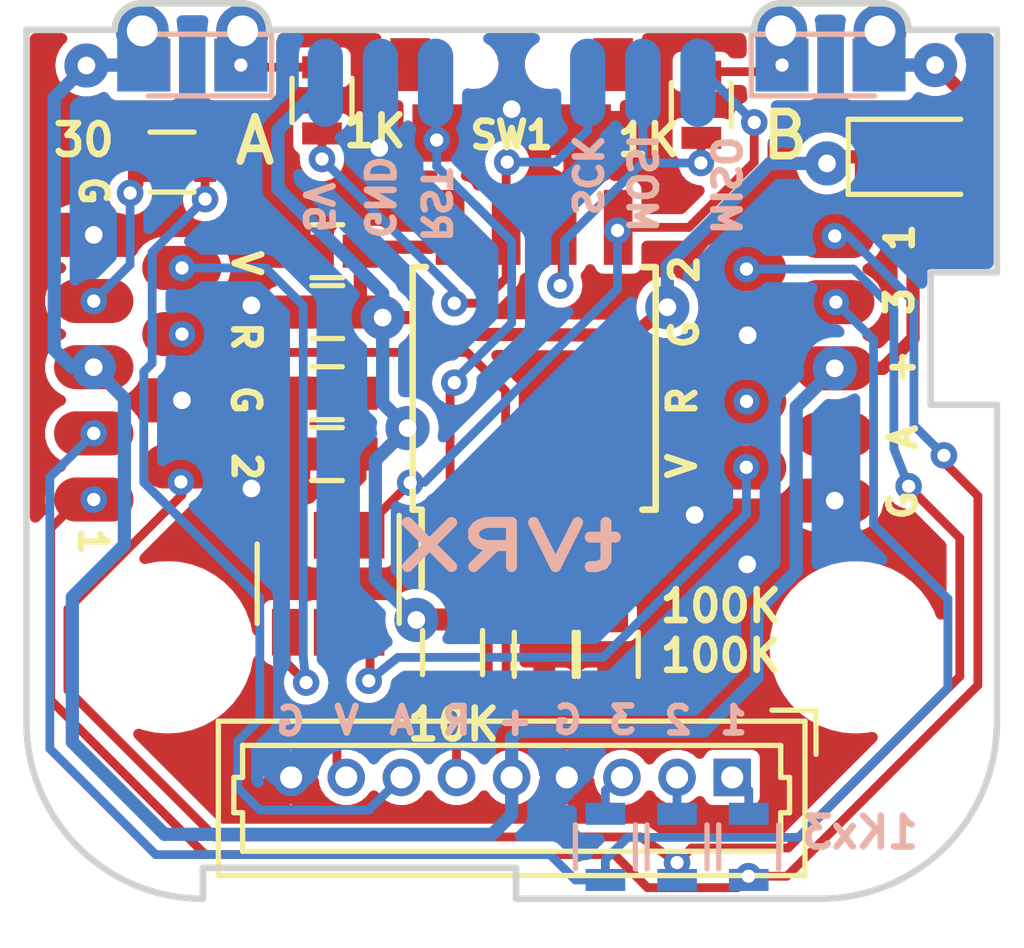
<source format=kicad_pcb>
(kicad_pcb (version 20221018) (generator pcbnew)
  (layers (0 "F.Cu" signal) (31 "B.Cu" signal) (34 "B.Paste" user) (35 "F.Paste" user) (36 "B.SilkS" user "B.Silkscreen") (37 "F.SilkS" user "F.Silkscreen") (38 "B.Mask" user) (39 "F.Mask" user) (44 "Edge.Cuts" user))
  (net 0 "")
  (net 1 "GND")
  (net 2 "/PROG_PWR")
  (net 3 "VCC")
  (net 4 "Net-(D1-Pad1)")
  (net 5 "Net-(D2-Pad1)")
  (net 6 "Net-(J1-Pad1)")
  (net 7 "Net-(J1-Pad2)")
  (net 8 "Net-(J1-Pad3)")
  (net 9 "/RSSI_A")
  (net 10 "/AUD_IN")
  (net 11 "/VideoOut")
  (net 12 "Net-(J2-Pad1)")
  (net 13 "Net-(J2-Pad2)")
  (net 14 "Net-(J2-Pad3)")
  (net 15 "/AUD_OUT")
  (net 16 "/VideoA")
  (net 17 "/RSSI_B")
  (net 18 "Net-(J3-Pad7)")
  (net 19 "/VideoB")
  (net 20 "/MISO")
  (net 21 "/SCK")
  (net 22 "/MOSI")
  (net 23 "/RST")
  (footprint "Capacitors_SMD:C_0603" (layer "F.Cu") (at 135.61 101.67 180)
    (fp_text reference "C1" hide)
    (fp_text value "100n" hide)
    (pad "1" smd rect (at -0.75 0 180) (size 0.8 0.75) (layers "F.Cu" "F.Paste" "F.Mask") (net 2 "/PROG_PWR"))
    (pad "2" smd rect (at 0.75 0 180) (size 0.8 0.75) (layers "F.Cu" "F.Paste" "F.Mask") (net 1 "GND"))
  )
  (footprint "Capacitors_SMD:C_0603" (layer "F.Cu") (at 135.61 100.29 180)
    (fp_text reference "C2" hide)
    (fp_text value "10n" hide)
    (pad "1" smd rect (at -0.75 0 180) (size 0.8 0.75) (layers "F.Cu" "F.Paste" "F.Mask") (net 2 "/PROG_PWR"))
    (pad "2" smd rect (at 0.75 0 180) (size 0.8 0.75) (layers "F.Cu" "F.Paste" "F.Mask") (net 1 "GND"))
  )
  (footprint "Capacitors_SMD:C_0603" (layer "F.Cu") (at 135.62 97.07)
    (fp_text reference "C3" hide)
    (fp_text value "100n" hide)
    (pad "1" smd rect (at -0.75 0) (size 0.8 0.75) (layers "F.Cu" "F.Paste" "F.Mask") (net 1 "GND"))
    (pad "2" smd rect (at 0.75 0) (size 0.8 0.75) (layers "F.Cu" "F.Paste" "F.Mask") (net 2 "/PROG_PWR"))
  )
  (footprint "Capacitors_SMD:C_0603" (layer "F.Cu") (at 135.62 98.45)
    (fp_text reference "C4" hide)
    (fp_text value "10uf" hide)
    (pad "1" smd rect (at -0.75 0) (size 0.8 0.75) (layers "F.Cu" "F.Paste" "F.Mask") (net 1 "GND"))
    (pad "2" smd rect (at 0.75 0) (size 0.8 0.75) (layers "F.Cu" "F.Paste" "F.Mask") (net 2 "/PROG_PWR"))
  )
  (footprint "Diodes_SMD:D_SOD-323" (layer "F.Cu") (at 148.93 94.93)
    (fp_text reference "D3" hide)
    (fp_text value "B5819WS" hide)
    (pad "1" smd rect (at -1.05 0) (size 0.6 1) (layers "F.Cu" "F.Paste" "F.Mask") (net 2 "/PROG_PWR"))
    (pad "2" smd rect (at 1.05 0) (size 0.6 1) (layers "F.Cu" "F.Paste" "F.Mask") (net 3 "VCC"))
  )
  (footprint "Connectors_Molex:Molex_PicoBlade_53047-0910_09x1.25mm_Straight" (layer "F.Cu") (at 144.8 109 180)
    (fp_text reference "J1" hide)
    (fp_text value "Googles" hide)
    (pad "1" thru_hole rect (at 0 0 180) (size 0.85 0.85) (drill 0.5) (layers "*.Cu" "*.Mask") (net 6 "Net-(J1-Pad1)"))
    (pad "2" thru_hole circle (at 1.25 0 180) (size 0.85 0.85) (drill 0.5) (layers "*.Cu" "*.Mask") (net 7 "Net-(J1-Pad2)"))
    (pad "3" thru_hole circle (at 2.5 0 180) (size 0.85 0.85) (drill 0.5) (layers "*.Cu" "*.Mask") (net 8 "Net-(J1-Pad3)"))
    (pad "4" thru_hole circle (at 3.75 0 180) (size 0.85 0.85) (drill 0.5) (layers "*.Cu" "*.Mask") (net 1 "GND"))
    (pad "5" thru_hole circle (at 5 0 180) (size 0.85 0.85) (drill 0.5) (layers "*.Cu" "*.Mask") (net 3 "VCC"))
    (pad "6" thru_hole circle (at 6.25 0 180) (size 0.85 0.85) (drill 0.5) (layers "*.Cu" "*.Mask") (net 9 "/RSSI_A"))
    (pad "7" thru_hole circle (at 7.5 0 180) (size 0.85 0.85) (drill 0.5) (layers "*.Cu" "*.Mask") (net 10 "/AUD_IN"))
    (pad "8" thru_hole circle (at 8.75 0 180) (size 0.85 0.85) (drill 0.5) (layers "*.Cu" "*.Mask") (net 11 "/VideoOut"))
    (pad "9" thru_hole circle (at 10 0 180) (size 0.85 0.85) (drill 0.5) (layers "*.Cu" "*.Mask") (net 1 "GND"))
  )
  (footprint "KiCadCustomLibs:Pads_9pin_chess" (layer "F.Cu") (at 130.325 99.7 90)
    (fp_text reference "J2" hide)
    (fp_text value "RX_A" hide)
    (pad "1" smd oval (at -3 0 90) (size 1 1.8) (layers "F.Cu" "F.Paste" "F.Mask") (net 12 "Net-(J2-Pad1)"))
    (pad "2" smd oval (at -2.25 2 90) (size 1 1.8) (layers "F.Cu" "F.Paste" "F.Mask") (net 13 "Net-(J2-Pad2)"))
    (pad "3" smd oval (at -1.5 0 90) (size 1 1.8) (layers "F.Cu" "F.Paste" "F.Mask") (net 14 "Net-(J2-Pad3)"))
    (pad "4" smd oval (at -0.75 2 90) (size 1 1.8) (layers "F.Cu" "F.Paste" "F.Mask") (net 1 "GND"))
    (pad "5" smd oval (at 0 0 90) (size 1 1.8) (layers "F.Cu" "F.Paste" "F.Mask") (net 3 "VCC"))
    (pad "6" smd oval (at 0.75 2 90) (size 1 1.8) (layers "F.Cu" "F.Paste" "F.Mask") (net 9 "/RSSI_A"))
    (pad "7" smd oval (at 1.5 0 90) (size 1 1.8) (layers "F.Cu" "F.Paste" "F.Mask") (net 15 "/AUD_OUT"))
    (pad "8" smd oval (at 2.25 2 90) (size 1 1.8) (layers "F.Cu" "F.Paste" "F.Mask") (net 16 "/VideoA"))
    (pad "9" smd oval (at 3 0 90) (size 1 1.8) (layers "F.Cu" "F.Paste" "F.Mask") (net 1 "GND"))
  )
  (footprint "KiCadCustomLibs:Pads_9pin_chess" (layer "F.Cu") (at 147.125 99.725 -90)
    (fp_text reference "J3" hide)
    (fp_text value "RX_B" hide)
    (pad "1" smd oval (at -3 0 270) (size 1 1.8) (layers "F.Cu" "F.Paste" "F.Mask") (net 12 "Net-(J2-Pad1)"))
    (pad "2" smd oval (at -2.25 2 270) (size 1 1.8) (layers "F.Cu" "F.Paste" "F.Mask") (net 13 "Net-(J2-Pad2)"))
    (pad "3" smd oval (at -1.5 0 270) (size 1 1.8) (layers "F.Cu" "F.Paste" "F.Mask") (net 14 "Net-(J2-Pad3)"))
    (pad "4" smd oval (at -0.75 2 270) (size 1 1.8) (layers "F.Cu" "F.Paste" "F.Mask") (net 1 "GND"))
    (pad "5" smd oval (at 0 0 270) (size 1 1.8) (layers "F.Cu" "F.Paste" "F.Mask") (net 3 "VCC"))
    (pad "6" smd oval (at 0.75 2 270) (size 1 1.8) (layers "F.Cu" "F.Paste" "F.Mask") (net 17 "/RSSI_B"))
    (pad "7" smd oval (at 1.5 0 270) (size 1 1.8) (layers "F.Cu" "F.Paste" "F.Mask") (net 18 "Net-(J3-Pad7)"))
    (pad "8" smd oval (at 2.25 2 270) (size 1 1.8) (layers "F.Cu" "F.Paste" "F.Mask") (net 19 "/VideoB"))
    (pad "9" smd oval (at 3 0 270) (size 1 1.8) (layers "F.Cu" "F.Paste" "F.Mask") (net 1 "GND"))
  )
  (footprint "Resistors_SMD:R_0603" (layer "F.Cu") (at 140.54 106.21 90)
    (fp_text reference "R4" hide)
    (fp_text value "100K" hide)
    (pad "1" smd rect (at -0.75 0 90) (size 0.5 0.9) (layers "F.Cu" "F.Paste" "F.Mask") (net 1 "GND"))
    (pad "2" smd rect (at 0.75 0 90) (size 0.5 0.9) (layers "F.Cu" "F.Paste" "F.Mask") (net 9 "/RSSI_A"))
  )
  (footprint "Resistors_SMD:R_0603" (layer "F.Cu") (at 141.99 106.21 90)
    (fp_text reference "R5" hide)
    (fp_text value "100K" hide)
    (pad "1" smd rect (at -0.75 0 90) (size 0.5 0.9) (layers "F.Cu" "F.Paste" "F.Mask") (net 1 "GND"))
    (pad "2" smd rect (at 0.75 0 90) (size 0.5 0.9) (layers "F.Cu" "F.Paste" "F.Mask") (net 17 "/RSSI_B"))
  )
  (footprint "Resistors_SMD:R_0603" (layer "F.Cu") (at 135.5 93.65 90)
    (fp_text reference "R6" hide)
    (fp_text value "1K" hide)
    (pad "1" smd rect (at -0.75 0 90) (size 0.5 0.9) (layers "F.Cu" "F.Paste" "F.Mask") (net 21 "/SCK"))
    (pad "2" smd rect (at 0.75 0 90) (size 0.5 0.9) (layers "F.Cu" "F.Paste" "F.Mask") (net 4 "Net-(D1-Pad1)"))
  )
  (footprint "Resistors_SMD:R_0603" (layer "F.Cu") (at 144.1 93.75 90)
    (fp_text reference "R7" hide)
    (fp_text value "1K" hide)
    (pad "1" smd rect (at -0.75 0 90) (size 0.5 0.9) (layers "F.Cu" "F.Paste" "F.Mask") (net 20 "/MISO"))
    (pad "2" smd rect (at 0.75 0 90) (size 0.5 0.9) (layers "F.Cu" "F.Paste" "F.Mask") (net 5 "Net-(D2-Pad1)"))
  )
  (footprint "Resistors_SMD:R_0603" (layer "F.Cu") (at 132.1 95.05 180)
    (fp_text reference "R8" hide)
    (fp_text value "30" hide)
    (pad "1" smd rect (at -0.75 0 180) (size 0.5 0.9) (layers "F.Cu" "F.Paste" "F.Mask") (net 10 "/AUD_IN"))
    (pad "2" smd rect (at 0.75 0 180) (size 0.5 0.9) (layers "F.Cu" "F.Paste" "F.Mask") (net 15 "/AUD_OUT"))
  )
  (footprint "Resistors_SMD:R_0603" (layer "F.Cu") (at 138.46 106.17 90)
    (fp_text reference "R9" hide)
    (fp_text value "10K" hide)
    (pad "1" smd rect (at -0.75 0 90) (size 0.5 0.9) (layers "F.Cu" "F.Paste" "F.Mask") (net 23 "/RST"))
    (pad "2" smd rect (at 0.75 0 90) (size 0.5 0.9) (layers "F.Cu" "F.Paste" "F.Mask") (net 2 "/PROG_PWR"))
  )
  (footprint "TO_SOT_Packages_SMD:SOT-23-6" (layer "F.Cu") (at 135.64 104.61 -90)
    (fp_text reference "U1" hide)
    (fp_text value "MAX4624" hide)
    (pad "1" smd rect (at -1.1 -0.95 270) (size 1.06 0.65) (layers "F.Cu" "F.Paste" "F.Mask") (net 22 "/MOSI"))
    (pad "2" smd rect (at -1.1 0 270) (size 1.06 0.65) (layers "F.Cu" "F.Paste" "F.Mask") (net 2 "/PROG_PWR"))
    (pad "3" smd rect (at -1.1 0.95 270) (size 1.06 0.65) (layers "F.Cu" "F.Paste" "F.Mask") (net 1 "GND"))
    (pad "4" smd rect (at 1.1 0.95 270) (size 1.06 0.65) (layers "F.Cu" "F.Paste" "F.Mask") (net 16 "/VideoA"))
    (pad "5" smd rect (at 1.1 0 270) (size 1.06 0.65) (layers "F.Cu" "F.Paste" "F.Mask") (net 11 "/VideoOut"))
    (pad "6" smd rect (at 1.1 -0.95 270) (size 1.06 0.65) (layers "F.Cu" "F.Paste" "F.Mask") (net 19 "/VideoB"))
  )
  (footprint "Button_TS-018" (layer "F.Cu") (at 139.8 92.84)
    (fp_text reference "SW1" (at 0 1.6) (layer "F.SilkS") (effects (font (size 0.6 0.6))))
    (fp_text value "SW_Push" hide)
    (pad "" smd rect (at -2.3 0) (size 0.9 1.2) (layers "F.Cu" "F.Paste" "F.Mask"))
    (pad "" np_thru_hole circle (at -0.85 0) (size 0.6 0.6) (drill 0.6) (layers "*.Cu" "*.Mask"))
    (pad "" np_thru_hole circle (at 0.85 0) (size 0.6 0.6) (drill 0.6) (layers "*.Cu" "*.Mask"))
    (pad "" smd rect (at 2.3 0) (size 0.9 1.2) (layers "F.Cu" "F.Paste" "F.Mask"))
    (pad "1" smd rect (at -1.675 1.55) (size 1.15 1.3) (layers "F.Cu" "F.Paste" "F.Mask") (net 23 "/RST"))
    (pad "2" smd rect (at 1.675 1.55) (size 1.15 1.3) (layers "F.Cu" "F.Paste" "F.Mask") (net 1 "GND"))
  )
  (footprint "Housings_SOIC:SOIJ-8_5.3x5.3mm_Pitch1.27mm" (layer "F.Cu") (at 140.31 100.18 90)
    (fp_text reference "U2" hide)
    (fp_text value "ATTINY85-20SU" hide)
    (pad "1" smd rect (at -3.65 -1.905 90) (size 1.7 0.65) (layers "F.Cu" "F.Paste" "F.Mask") (net 23 "/RST"))
    (pad "2" smd rect (at -3.65 -0.635 90) (size 1.7 0.65) (layers "F.Cu" "F.Paste" "F.Mask") (net 9 "/RSSI_A"))
    (pad "3" smd rect (at -3.65 0.635 90) (size 1.7 0.65) (layers "F.Cu" "F.Paste" "F.Mask") (net 17 "/RSSI_B"))
    (pad "4" smd rect (at -3.65 1.905 90) (size 1.7 0.65) (layers "F.Cu" "F.Paste" "F.Mask") (net 1 "GND"))
    (pad "5" smd rect (at 3.65 1.905 90) (size 1.7 0.65) (layers "F.Cu" "F.Paste" "F.Mask") (net 22 "/MOSI"))
    (pad "6" smd rect (at 3.65 0.635 90) (size 1.7 0.65) (layers "F.Cu" "F.Paste" "F.Mask") (net 20 "/MISO"))
    (pad "7" smd rect (at 3.65 -0.635 90) (size 1.7 0.65) (layers "F.Cu" "F.Paste" "F.Mask") (net 21 "/SCK"))
    (pad "8" smd rect (at 3.65 -1.905 90) (size 1.7 0.65) (layers "F.Cu" "F.Paste" "F.Mask") (net 2 "/PROG_PWR"))
  )
  (footprint "LEDs:LED_0805" (layer "F.Cu") (at 132.56 92.85 180)
    (fp_text reference "D1" hide)
    (fp_text value "LED" hide)
    (pad "1" smd rect (at -1.1 0) (size 1.2 1.2) (layers "F.Cu" "F.Paste" "F.Mask") (net 4 "Net-(D1-Pad1)"))
    (pad "2" smd rect (at 1.1 0) (size 1.2 1.2) (layers "F.Cu" "F.Paste" "F.Mask") (net 3 "VCC"))
  )
  (footprint "LEDs:LED_0805" (layer "F.Cu") (at 147.03 92.85)
    (fp_text reference "D2" hide)
    (fp_text value "LED" hide)
    (pad "1" smd rect (at -1.1 0 180) (size 1.2 1.2) (layers "F.Cu" "F.Paste" "F.Mask") (net 5 "Net-(D2-Pad1)"))
    (pad "2" smd rect (at 1.1 0 180) (size 1.2 1.2) (layers "F.Cu" "F.Paste" "F.Mask") (net 3 "VCC"))
  )
  (footprint "Mounting_Holes:MountingHole_2.5mm" (layer "F.Cu") (at 132 106.05)
    (fp_text reference "REF**" hide)
    (fp_text value "MountingHole_2.5mm" hide)
    (pad "" np_thru_hole circle (at 0 0) (size 2.5 2.5) (drill 2.5) (layers "*.Cu" "*.Mask"))
  )
  (footprint "Mounting_Holes:MountingHole_2.5mm" (layer "F.Cu") (at 148.3 106.05)
    (fp_text reference "REF**" hide)
    (fp_text value "MountingHole_2.5mm" hide)
    (pad "" np_thru_hole circle (at -0.7 0) (size 2.5 2.5) (drill 2.5) (layers "*.Cu" "*.Mask"))
  )
  (footprint "Connectors:Pin_d0.7mm_L6.5mm_W1.8mm_FlatFork" (layer "F.Cu") (at 131.425 92.075)
    (fp_text reference "REF**" hide)
    (fp_text value "Pin_d0.7mm_L6.5mm_W1.8mm_FlatFork" hide)
    (pad "1" thru_hole circle (at 0 0) (size 1.2 1.2) (drill 0.7) (layers "*.Cu" "*.Mask") (net 3 "VCC"))
  )
  (footprint "Connectors:Pin_d0.7mm_L6.5mm_W1.8mm_FlatFork" (layer "F.Cu") (at 133.7 92.075)
    (fp_text reference "REF**" hide)
    (fp_text value "Pin_d0.7mm_L6.5mm_W1.8mm_FlatFork" hide)
    (pad "1" thru_hole circle (at 0 0) (size 1.2 1.2) (drill 0.7) (layers "*.Cu" "*.Mask") (net 4 "Net-(D1-Pad1)"))
  )
  (footprint "Connectors:Pin_d0.7mm_L6.5mm_W1.8mm_FlatFork" (layer "F.Cu") (at 145.9 92.075)
    (fp_text reference "REF**" hide)
    (fp_text value "Pin_d0.7mm_L6.5mm_W1.8mm_FlatFork" hide)
    (pad "1" thru_hole circle (at 0 0) (size 1.2 1.2) (drill 0.7) (layers "*.Cu" "*.Mask") (net 5 "Net-(D2-Pad1)"))
  )
  (footprint "Connectors:Pin_d0.7mm_L6.5mm_W1.8mm_FlatFork" (layer "F.Cu") (at 148.15 92.075)
    (fp_text reference "REF**" hide)
    (fp_text value "Pin_d0.7mm_L6.5mm_W1.8mm_FlatFork" hide)
    (pad "1" thru_hole circle (at 0 0) (size 1.2 1.2) (drill 0.7) (layers "*.Cu" "*.Mask") (net 3 "VCC"))
  )
  (footprint "LEDs:LED_0805" (layer "B.Cu") (at 132.56 92.85 180)
    (fp_text reference "D1" hide)
    (fp_text value "LED" hide)
    (pad "1" smd rect (at -1.1 0) (size 1.2 1.2) (layers "B.Cu" "B.Paste" "B.Mask") (net 4 "Net-(D1-Pad1)"))
    (pad "2" smd rect (at 1.1 0) (size 1.2 1.2) (layers "B.Cu" "B.Paste" "B.Mask") (net 3 "VCC"))
  )
  (footprint "LEDs:LED_0805" (layer "B.Cu") (at 147.03 92.85)
    (fp_text reference "D2" hide)
    (fp_text value "LED" hide)
    (pad "1" smd rect (at -1.1 0 180) (size 1.2 1.2) (layers "B.Cu" "B.Paste" "B.Mask") (net 5 "Net-(D2-Pad1)"))
    (pad "2" smd rect (at 1.1 0 180) (size 1.2 1.2) (layers "B.Cu" "B.Paste" "B.Mask") (net 3 "VCC"))
  )
  (footprint "Resistors_SMD:R_0603" (layer "B.Cu") (at 141.925 110.575 -90)
    (fp_text reference "R1" hide)
    (fp_text value "1K" hide)
    (pad "1" smd rect (at -0.75 0 270) (size 0.5 0.9) (layers "B.Cu" "B.Paste" "B.Mask") (net 8 "Net-(J1-Pad3)"))
    (pad "2" smd rect (at 0.75 0 270) (size 0.5 0.9) (layers "B.Cu" "B.Paste" "B.Mask") (net 14 "Net-(J2-Pad3)"))
  )
  (footprint "Resistors_SMD:R_0603" (layer "B.Cu") (at 143.55 110.575 -90)
    (fp_text reference "R2" hide)
    (fp_text value "1K" hide)
    (pad "1" smd rect (at -0.75 0 270) (size 0.5 0.9) (layers "B.Cu" "B.Paste" "B.Mask") (net 7 "Net-(J1-Pad2)"))
    (pad "2" smd rect (at 0.75 0 270) (size 0.5 0.9) (layers "B.Cu" "B.Paste" "B.Mask") (net 13 "Net-(J2-Pad2)"))
  )
  (footprint "Resistors_SMD:R_0603" (layer "B.Cu") (at 145.175 110.575 -90)
    (fp_text reference "R3" hide)
    (fp_text value "1K" hide)
    (pad "1" smd rect (at -0.75 0 270) (size 0.5 0.9) (layers "B.Cu" "B.Paste" "B.Mask") (net 6 "Net-(J1-Pad1)"))
    (pad "2" smd rect (at 0.75 0 270) (size 0.5 0.9) (layers "B.Cu" "B.Paste" "B.Mask") (net 12 "Net-(J2-Pad1)"))
  )
  (footprint "KiCadCustomLibs:Pads_prog_3pin1.25mm" (layer "B.Cu") (at 136.8 93.25)
    (fp_text reference "J4" hide)
    (fp_text value "Prog1" hide)
    (pad "1" smd oval (at -1.225 0) (size 0.8 2) (layers "B.Cu" "B.Paste" "B.Mask") (net 2 "/PROG_PWR"))
    (pad "2" smd oval (at 0.025 0) (size 0.8 2) (layers "B.Cu" "B.Paste" "B.Mask") (net 1 "GND"))
    (pad "3" smd oval (at 1.275 0) (size 0.8 2) (layers "B.Cu" "B.Paste" "B.Mask") (net 23 "/RST"))
  )
  (footprint "KiCadCustomLibs:Pads_prog_3pin1.25mm" (layer "B.Cu") (at 142.8 93.25 180)
    (fp_text reference "J5" hide)
    (fp_text value "Prog2" hide)
    (pad "1" smd oval (at -1.225 0 180) (size 0.8 2) (layers "B.Cu" "B.Paste" "B.Mask") (net 22 "/MOSI"))
    (pad "2" smd oval (at 0.025 0 180) (size 0.8 2) (layers "B.Cu" "B.Paste" "B.Mask") (net 20 "/MISO"))
    (pad "3" smd oval (at 1.275 0 180) (size 0.8 2) (layers "B.Cu" "B.Paste" "B.Mask") (net 21 "/SCK"))
  )
  (gr_arc (start 132.8 111.75) (mid 129.971573 110.578427) (end 128.8 107.75) (stroke (width 0.15)) (layer "Edge.Cuts"))
  (gr_arc (start 150.8 107.75) (mid 149.628427 110.578427) (end 146.8 111.75) (stroke (width 0.15)) (layer "Edge.Cuts"))
  (gr_arc (start 133.7 91.45) (mid 134.124264 91.625736) (end 134.3 92.05) (stroke (width 0.15)) (layer "Edge.Cuts"))
  (gr_line (start 139.9 111.75) (end 139.9 111.05) (stroke (width 0.15)) (layer "Edge.Cuts"))
  (gr_line (start 145.9 91.45) (end 148.2 91.45) (stroke (width 0.15)) (layer "Edge.Cuts"))
  (gr_line (start 134.3 111.05) (end 137.3 111.05) (stroke (width 0.15)) (layer "Edge.Cuts"))
  (gr_line (start 149.3 100.55) (end 149.3 97.55) (stroke (width 0.15)) (layer "Edge.Cuts"))
  (gr_line (start 132.8 111.75) (end 132.8 111.05) (stroke (width 0.15)) (layer "Edge.Cuts"))
  (gr_line (start 132.8 111.05) (end 134.3 111.05) (stroke (width 0.15)) (layer "Edge.Cuts"))
  (gr_line (start 148.8 92.05) (end 150.8 92.05) (stroke (width 0.15)) (layer "Edge.Cuts"))
  (gr_arc (start 130.8 92.05) (mid 130.975736 91.625736) (end 131.4 91.45) (stroke (width 0.15)) (layer "Edge.Cuts"))
  (gr_line (start 150.8 107.75) (end 150.8 100.55) (stroke (width 0.15)) (layer "Edge.Cuts"))
  (gr_line (start 139.9 111.05) (end 137.3 111.05) (stroke (width 0.15)) (layer "Edge.Cuts"))
  (gr_line (start 150.8 97.55) (end 150.8 92.05) (stroke (width 0.15)) (layer "Edge.Cuts"))
  (gr_arc (start 145.3 92.05) (mid 145.475736 91.625736) (end 145.9 91.45) (stroke (width 0.15)) (layer "Edge.Cuts"))
  (gr_line (start 128.8 107.75) (end 128.8 92.05) (stroke (width 0.15)) (layer "Edge.Cuts"))
  (gr_line (start 131.4 91.45) (end 133.7 91.45) (stroke (width 0.15)) (layer "Edge.Cuts"))
  (gr_line (start 134.3 92.05) (end 145.3 92.05) (stroke (width 0.15)) (layer "Edge.Cuts"))
  (gr_arc (start 148.2 91.45) (mid 148.624264 91.625736) (end 148.8 92.05) (stroke (width 0.15)) (layer "Edge.Cuts"))
  (gr_line (start 146.8 111.75) (end 139.9 111.75) (stroke (width 0.15)) (layer "Edge.Cuts"))
  (gr_line (start 130.8 92.05) (end 128.8 92.05) (stroke (width 0.15)) (layer "Edge.Cuts"))
  (gr_line (start 149.3 97.55) (end 150.8 97.55) (stroke (width 0.15)) (layer "Edge.Cuts"))
  (gr_line (start 150.8 100.55) (end 149.3 100.55) (stroke (width 0.15)) (layer "Edge.Cuts"))
  (gr_text "1Kx3" (at 147.7 110.25) (layer "B.SilkS") (effects (font (size 0.7 0.7)) (justify mirror)))
  (gr_text "+" (at 139.88 107.72) (layer "B.SilkS") (effects (font (size 0.6 0.6)) (justify mirror)))
  (gr_text "RST" (at 138.07 96.02 270) (layer "B.SilkS") (effects (font (size 0.6 0.6)) (justify mirror)))
  (gr_text "GND" (at 136.79 95.85 270) (layer "B.SilkS") (effects (font (size 0.6 0.6)) (justify mirror)))
  (gr_text "MISO" (at 144.64 95.58 270) (layer "B.SilkS") (effects (font (size 0.6 0.6)) (justify mirror)))
  (gr_text "tVRX" (at 139.76 103.77) (layer "B.SilkS") (effects (font (size 1 1.5) (thickness 0.25)) (justify mirror)))
  (gr_text "G" (at 134.79 107.73) (layer "B.SilkS") (effects (font (size 0.6 0.6)) (justify mirror)))
  (gr_text "A" (at 137.31 107.71) (layer "B.SilkS") (effects (font (size 0.6 0.6)) (justify mirror)))
  (gr_text "G" (at 141.07 107.7) (layer "B.SilkS") (effects (font (size 0.6 0.6)) (justify mirror)))
  (gr_text "3" (at 142.31 107.7) (layer "B.SilkS") (effects (font (size 0.6 0.6)) (justify mirror)))
  (gr_text "5V" (at 135.41 96.08 270) (layer "B.SilkS") (effects (font (size 0.6 0.6)) (justify mirror)))
  (gr_text "V" (at 136.06 107.71) (layer "B.SilkS") (effects (font (size 0.6 0.6)) (justify mirror)))
  (gr_text "R" (at 138.55 107.71) (layer "B.SilkS") (effects (font (size 0.6 0.6)) (justify mirror)))
  (gr_text "MOSI" (at 142.74 95.53 270) (layer "B.SilkS") (effects (font (size 0.6 0.6)) (justify mirror)))
  (gr_text "1" (at 144.83 107.71) (layer "B.SilkS") (effects (font (size 0.6 0.6)) (justify mirror)))
  (gr_text "SCK" (at 141.5 95.35 270) (layer "B.SilkS") (effects (font (size 0.6 0.6)) (justify mirror)))
  (gr_text "2" (at 143.57 107.71) (layer "B.SilkS") (effects (font (size 0.6 0.6)) (justify mirror)))
  (gr_text "A" (at 133.98 94.57) (layer "F.SilkS") (effects (font (size 1 1) (thickness 0.175))))
  (gr_text "2" (at 133.79 101.95 270) (layer "F.SilkS") (effects (font (size 0.6 0.6))))
  (gr_text "G" (at 148.67 102.83 90) (layer "F.SilkS") (effects (font (size 0.6 0.6))))
  (gr_text "1" (at 148.6 96.76 90) (layer "F.SilkS") (effects (font (size 0.6 0.6))))
  (gr_text "1K" (at 136.7 94.35) (layer "F.SilkS") (effects (font (size 0.7 0.7))))
  (gr_text "R" (at 143.67 100.47 90) (layer "F.SilkS") (effects (font (size 0.6 0.6))))
  (gr_text "V" (at 143.66 101.94 90) (layer "F.SilkS") (effects (font (size 0.6 0.6))))
  (gr_text "10K" (at 138.48 107.8) (layer "F.SilkS") (effects (font (size 0.7 0.7))))
  (gr_text "V" (at 133.79 97.34 270) (layer "F.SilkS") (effects (font (size 0.6 0.6))))
  (gr_text "A" (at 148.67 101.29 90) (layer "F.SilkS") (effects (font (size 0.6 0.6))))
  (gr_text "+" (at 148.62 99.7 90) (layer "F.SilkS") (effects (font (size 0.6 0.6))))
  (gr_text "1K" (at 142.9 94.55) (layer "F.SilkS") (effects (font (size 0.7 0.7))))
  (gr_text "2" (at 143.72 97.48 90) (layer "F.SilkS") (effects (font (size 0.6 0.6))))
  (gr_text "G" (at 130.32 95.7 270) (layer "F.SilkS") (effects (font (size 0.6 0.6))))
  (gr_text "1" (at 130.31 103.65 270) (layer "F.SilkS") (effects (font (size 0.6 0.6))))
  (gr_text "3" (at 148.59 98.21 90) (layer "F.SilkS") (effects (font (size 0.6 0.6))))
  (gr_text "G" (at 133.77 100.44 270) (layer "F.SilkS") (effects (font (size 0.6 0.6))))
  (gr_text "B" (at 146 94.45) (layer "F.SilkS") (effects (font (size 1 1) (thickness 0.175))))
  (gr_text "30" (at 130.1 94.55) (layer "F.SilkS") (effects (font (size 0.7 0.7))))
  (gr_text "R" (at 133.78 99 270) (layer "F.SilkS") (effects (font (size 0.6 0.6))))
  (gr_text "G" (at 143.71 98.95 90) (layer "F.SilkS") (effects (font (size 0.6 0.6))))
  (gr_text "100K\n100K" (at 144.54 105.68) (layer "F.SilkS") (effects (font (size 0.7 0.7))))
  (segment (start 134.71 100.44) (end 134.86 100.29) (width 0.3) (layer "F.Cu") (net 1))
  (segment (start 134.47 98.45) (end 133.9 98.3) (width 0.3) (layer "F.Cu") (net 1))
  (segment (start 142.315 103.93) (end 143.45 103.8) (width 0.3) (layer "F.Cu") (net 1))
  (segment (start 143.45 103.8) (end 143.95 103.05) (width 0.3) (layer "F.Cu") (net 1))
  (segment (start 140.34 94.39) (end 139.8 93.85) (width 0.3) (layer "F.Cu") (net 1))
  (segment (start 145.07 104.17) (end 143.95 103.05) (width 0.3) (layer "F.Cu") (net 1))
  (segment (start 141.6 106.96) (end 141.73 107.09) (width 0.3) (layer "F.Cu") (net 1))
  (segment (start 134.71 100.44) (end 132.325 100.45) (width 0.3) (layer "F.Cu") (net 1))
  (segment (start 140.54 106.96) (end 141.6 106.96) (width 0.3) (layer "F.Cu") (net 1))
  (segment (start 145.14 104.17) (end 145.07 104.17) (width 0.3) (layer "F.Cu") (net 1))
  (segment (start 141.045 94.16) (end 141.045 94.555) (width 0.2) (layer "F.Cu") (net 1))
  (segment (start 134.86 100.29) (end 134.86 101.67) (width 0.3) (layer "F.Cu") (net 1))
  (segment (start 134.86 100.29) (end 134.685 100.29) (width 0.3) (layer "F.Cu") (net 1))
  (segment (start 134.87 98.45) (end 134.47 98.45) (width 0.3) (layer "F.Cu") (net 1))
  (segment (start 141.475 94.39) (end 140.34 94.39) (width 0.3) (layer "F.Cu") (net 1))
  (segment (start 142.215 103.83) (end 142.315 103.93) (width 0.3) (layer "F.Cu") (net 1))
  (via (at 133.9 102.45) (size 1) (drill 0.4) (layers "F.Cu" "B.Cu") (net 1))
  (via (at 145.14 104.17) (size 1) (drill 0.4) (layers "F.Cu" "B.Cu") (net 1))
  (via (at 136.8 94.73) (size 1) (drill 0.4) (layers "F.Cu" "B.Cu") (net 1))
  (via (at 145.15 98.975) (size 1) (drill 0.4) (layers "F.Cu" "B.Cu") (net 1))
  (via (at 133.9 98.3) (size 1) (drill 0.4) (layers "F.Cu" "B.Cu") (net 1))
  (via (at 139.8 93.85) (size 1) (drill 0.4) (layers "F.Cu" "B.Cu") (net 1))
  (via (at 143.95 103.05) (size 1) (drill 0.4) (layers "F.Cu" "B.Cu") (net 1))
  (via (at 132.325 100.45) (size 1) (drill 0.4) (layers "F.Cu" "B.Cu") (net 1))
  (via (at 130.325 96.7) (size 1) (drill 0.4) (layers "F.Cu" "B.Cu") (net 1))
  (via (at 147.125 102.725) (size 1) (drill 0.4) (layers "F.Cu" "B.Cu") (net 1))
  (segment (start 133.9 98.3) (end 133.825 98.225) (width 0.3) (layer "B.Cu") (net 1))
  (segment (start 147.125 102.725) (end 147.15 102.7) (width 0.3) (layer "B.Cu") (net 1))
  (segment (start 132.325 100.45) (end 132.3 100.45) (width 0.3) (layer "B.Cu") (net 1))
  (segment (start 133.12 100.45) (end 133.9 101.23) (width 0.3) (layer "B.Cu") (net 1))
  (segment (start 133.9 101.23) (end 133.9 102.45) (width 0.3) (layer "B.Cu") (net 1))
  (segment (start 136.825 94.705) (end 136.8 94.73) (width 0.3) (layer "B.Cu") (net 1))
  (segment (start 143.95 103.05) (end 143.95 103.12) (width 0.3) (layer "B.Cu") (net 1))
  (segment (start 132.325 100.45) (end 133.12 100.45) (width 0.3) (layer "B.Cu") (net 1))
  (segment (start 136.825 93.25) (end 136.825 94.705) (width 0.3) (layer "B.Cu") (net 1))
  (segment (start 147.925 94.855) (end 147.95 94.83) (width 0.3) (layer "F.Cu") (net 2))
  (segment (start 136.845 101.675) (end 137.44 101.08) (width 0.3) (layer "F.Cu") (net 2))
  (segment (start 136.335 100.265) (end 136.36 100.29) (width 0.3) (layer "F.Cu") (net 2))
  (segment (start 136.395 98.475) (end 136.875 98.575) (width 0.3) (layer "F.Cu") (net 2))
  (segment (start 136.46 96.98) (end 137.955 96.98) (width 0.3) (layer "F.Cu") (net 2))
  (segment (start 137.955 96.98) (end 138.405 96.53) (width 0.3) (layer "F.Cu") (net 2))
  (segment (start 135.64 102.91) (end 136.36 102.19) (width 0.3) (layer "F.Cu") (net 2))
  (segment (start 136.36 102.19) (end 136.36 101.67) (width 0.3) (layer "F.Cu") (net 2))
  (segment (start 137.625 98.575) (end 138 98.95) (width 0.3) (layer "F.Cu") (net 2))
  (segment (start 137.65 105.42) (end 137.64 105.43) (width 0.3) (layer "F.Cu") (net 2))
  (segment (start 142.530734 98.97578) (end 143.33 98.34) (width 0.3) (layer "F.Cu") (net 2))
  (segment (start 146.95 95.08) (end 147.1 94.93) (width 0.3) (layer "F.Cu") (net 2))
  (segment (start 147.88 94.93) (end 147.1 94.93) (width 0.3) (layer "F.Cu") (net 2))
  (segment (start 136.37 98.45) (end 136.395 98.475) (width 0.3) (layer "F.Cu") (net 2))
  (segment (start 138.46 105.42) (end 137.65 105.42) (width 0.3) (layer "F.Cu") (net 2))
  (segment (start 136.37 97.07) (end 136.37 98.45) (width 0.3) (layer "F.Cu") (net 2))
  (segment (start 136.36 101.67) (end 136.845 101.675) (width 0.3) (layer "F.Cu") (net 2))
  (segment (start 135.64 103.51) (end 135.64 102.91) (width 0.3) (layer "F.Cu") (net 2))
  (segment (start 137.625 98.575) (end 136.875 98.575) (width 0.3) (layer "F.Cu") (net 2))
  (segment (start 138 98.95) (end 142.530734 98.97578) (width 0.3) (layer "F.Cu") (net 2))
  (segment (start 136.36 101.67) (end 136.36 100.29) (width 0.3) (layer "F.Cu") (net 2))
  (segment (start 136.37 97.07) (end 136.46 96.98) (width 0.3) (layer "F.Cu") (net 2))
  (via (at 143.33 98.34) (size 1) (drill 0.4) (layers "F.Cu" "B.Cu") (net 2))
  (via (at 146.95 95.08) (size 1) (drill 0.4) (layers "F.Cu" "B.Cu") (net 2))
  (via (at 137.44 101.08) (size 1) (drill 0.4) (layers "F.Cu" "B.Cu") (net 2))
  (via (at 137.64 105.43) (size 1) (drill 0.4) (layers "F.Cu" "B.Cu") (net 2))
  (via (at 136.875 98.575) (size 1) (drill 0.4) (layers "F.Cu" "B.Cu") (net 2))
  (segment (start 137.44 101.08) (end 137.49 101.03) (width 0.3) (layer "B.Cu") (net 2))
  (segment (start 136.875 98.575) (end 136.875 100.515) (width 0.3) (layer "B.Cu") (net 2))
  (segment (start 136.875 100.515) (end 137.44 101.08) (width 0.3) (layer "B.Cu") (net 2))
  (segment (start 136.875 98.025) (end 134.5 95.65) (width 0.3) (layer "B.Cu") (net 2))
  (segment (start 134.5 95.65) (end 134.5 94.325) (width 0.3) (layer "B.Cu") (net 2))
  (segment (start 134.5 94.325) (end 135.575 93.25) (width 0.3) (layer "B.Cu") (net 2))
  (segment (start 137.64 105.43) (end 136.71 104.5) (width 0.3) (layer "B.Cu") (net 2))
  (segment (start 136.71 104.5) (end 136.71 101.81) (width 0.3) (layer "B.Cu") (net 2))
  (segment (start 136.71 101.81) (end 137.44 101.08) (width 0.3) (layer "B.Cu") (net 2))
  (segment (start 143.33 97.4) (end 145.65 95.08) (width 0.3) (layer "B.Cu") (net 2))
  (segment (start 145.65 95.08) (end 146.95 95.08) (width 0.3) (layer "B.Cu") (net 2))
  (segment (start 136.875 98.575) (end 136.875 98.025) (width 0.3) (layer "B.Cu") (net 2))
  (segment (start 143.33 98.34) (end 143.33 97.4) (width 0.3) (layer "B.Cu") (net 2))
  (segment (start 148.215 99.725) (end 148.9 99.04) (width 0.3) (layer "F.Cu") (net 3))
  (segment (start 148.9 99.04) (end 148.9 96.53) (width 0.3) (layer "F.Cu") (net 3))
  (segment (start 130.17 92.85) (end 130.16 92.86) (width 0.3) (layer "F.Cu") (net 3))
  (segment (start 149.35 92.9) (end 149.4 92.85) (width 0.3) (layer "F.Cu") (net 3))
  (segment (start 131.46 92.11) (end 131.425 92.075) (width 0.3) (layer "F.Cu") (net 3))
  (segment (start 148.13 92.095) (end 148.15 92.075) (width 0.3) (layer "F.Cu") (net 3))
  (segment (start 149.98 95.45) (end 149.98 94.93) (width 0.3) (layer "F.Cu") (net 3))
  (segment (start 149.98 93.43) (end 149.4 92.85) (width 0.3) (layer "F.Cu") (net 3))
  (segment (start 131.46 92.85) (end 131.46 92.11) (width 0.3) (layer "F.Cu") (net 3))
  (segment (start 147.125 99.725) (end 148.215 99.725) (width 0.3) (layer "F.Cu") (net 3))
  (segment (start 148.13 92.85) (end 149.4 92.85) (width 0.3) (layer "F.Cu") (net 3))
  (segment (start 149.98 94.93) (end 149.98 93.43) (width 0.3) (layer "F.Cu") (net 3))
  (segment (start 131.46 92.85) (end 130.17 92.85) (width 0.3) (layer "F.Cu") (net 3))
  (segment (start 148.9 96.53) (end 149.98 95.45) (width 0.3) (layer "F.Cu") (net 3))
  (segment (start 148.13 92.85) (end 148.13 92.095) (width 0.3) (layer "F.Cu") (net 3))
  (via (at 130.325 99.7) (size 1) (drill 0.4) (layers "F.Cu" "B.Cu") (net 3))
  (via (at 130.16 92.86) (size 1) (drill 0.4) (layers "F.Cu" "B.Cu") (net 3))
  (via (at 147.125 99.725) (size 1) (drill 0.4) (layers "F.Cu" "B.Cu") (net 3))
  (via (at 149.4 92.85) (size 1) (drill 0.4) (layers "F.Cu" "B.Cu") (net 3))
  (segment (start 139.8 108.1) (end 139.95 107.95) (width 0.3) (layer "B.Cu") (net 3))
  (segment (start 130.16 92.86) (end 130.17 92.85) (width 0.3) (layer "B.Cu") (net 3))
  (segment (start 130.17 92.85) (end 131.46 92.85) (width 0.3) (layer "B.Cu") (net 3))
  (segment (start 129.83 99.7) (end 129.43 99.3) (width 0.3) (layer "B.Cu") (net 3))
  (segment (start 129.43 99.3) (end 129.43 93.59) (width 0.3) (layer "B.Cu") (net 3))
  (segment (start 130.16 92.86) (end 129.43 93.59) (width 0.3) (layer "B.Cu") (net 3))
  (segment (start 149.4 92.85) (end 148.13 92.85) (width 0.3) (layer "B.Cu") (net 3))
  (segment (start 146.25 100.6) (end 147.125 99.725) (width 0.3) (layer "B.Cu") (net 3))
  (segment (start 144.15 107.95) (end 145.36 106.74) (width 0.3) (layer "B.Cu") (net 3))
  (segment (start 145.36 106.74) (end 145.36 105.22) (width 0.3) (layer "B.Cu") (net 3))
  (segment (start 145.36 105.22) (end 146.25 104.33) (width 0.3) (layer "B.Cu") (net 3))
  (segment (start 130.325 99.715) (end 131.02 100.41) (width 0.3) (layer "B.Cu") (net 3))
  (segment (start 131.02 100.41) (end 131.02 103.73) (width 0.3) (layer "B.Cu") (net 3))
  (segment (start 131.02 103.73) (end 129.84 104.91) (width 0.3) (layer "B.Cu") (net 3))
  (segment (start 129.84 104.91) (end 129.84 108.2) (width 0.3) (layer "B.Cu") (net 3))
  (segment (start 129.84 108.2) (end 131.93 110.29) (width 0.3) (layer "B.Cu") (net 3))
  (segment (start 131.93 110.29) (end 139.36 110.29) (width 0.3) (layer "B.Cu") (net 3))
  (segment (start 139.36 110.29) (end 139.8 109.85) (width 0.3) (layer "B.Cu") (net 3))
  (segment (start 139.8 109.85) (end 139.8 109) (width 0.3) (layer "B.Cu") (net 3))
  (segment (start 130.325 99.7) (end 129.83 99.7) (width 0.3) (layer "B.Cu") (net 3))
  (segment (start 139.8 109) (end 139.8 108.1) (width 0.3) (layer "B.Cu") (net 3))
  (segment (start 130.325 99.7) (end 130.325 99.715) (width 0.3) (layer "B.Cu") (net 3))
  (segment (start 139.95 107.95) (end 144.15 107.95) (width 0.3) (layer "B.Cu") (net 3))
  (segment (start 146.25 104.33) (end 146.25 100.6) (width 0.3) (layer "B.Cu") (net 3))
  (segment (start 133.66 92.115) (end 133.7 92.075) (width 0.2) (layer "F.Cu") (net 4))
  (segment (start 133.71 92.9) (end 133.66 92.85) (width 0.2) (layer "F.Cu") (net 4))
  (segment (start 135.5 92.9) (end 133.71 92.9) (width 0.2) (layer "F.Cu") (net 4))
  (segment (start 133.66 92.85) (end 133.66 92.115) (width 0.2) (layer "F.Cu") (net 4))
  (via (at 133.66 92.85) (size 0.6) (drill 0.3) (layers "F.Cu" "B.Cu") (net 4))
  (segment (start 133.66 92.85) (end 133.69 92.88) (width 0.2) (layer "B.Cu") (net 4))
  (segment (start 145.9 92.82) (end 145.93 92.85) (width 0.2) (layer "F.Cu") (net 5))
  (segment (start 145.78 93) (end 145.93 92.85) (width 0.2) (layer "F.Cu") (net 5))
  (segment (start 144.1 93) (end 145.78 93) (width 0.2) (layer "F.Cu") (net 5))
  (segment (start 145.9 92.075) (end 145.9 92.82) (width 0.2) (layer "F.Cu") (net 5))
  (via (at 145.93 92.85) (size 0.6) (drill 0.3) (layers "F.Cu" "B.Cu") (net 5))
  (segment (start 144.88 109) (end 145.175 109.295) (width 0.2) (layer "B.Cu") (net 6))
  (segment (start 145.175 109.295) (end 145.175 109.825) (width 0.2) (layer "B.Cu") (net 6))
  (segment (start 144.8 109) (end 144.88 109) (width 0.2) (layer "B.Cu") (net 6))
  (segment (start 143.55 109) (end 143.55 109.825) (width 0.2) (layer "B.Cu") (net 7))
  (segment (start 142.22 109) (end 141.925 109.295) (width 0.2) (layer "B.Cu") (net 8))
  (segment (start 141.925 109.295) (end 141.925 109.825) (width 0.2) (layer "B.Cu") (net 8))
  (segment (start 142.3 109) (end 142.22 109) (width 0.2) (layer "B.Cu") (net 8))
  (segment (start 133.285 98.95) (end 133.7 99.365) (width 0.2) (layer "F.Cu") (net 9))
  (segment (start 133.7 99.365) (end 138.79 99.365) (width 0.2) (layer "F.Cu") (net 9))
  (segment (start 138.79 99.365) (end 139.660565 100.235565) (width 0.2) (layer "F.Cu") (net 9))
  (segment (start 139.675 103.83) (end 139.660565 100.235565) (width 0.2) (layer "F.Cu") (net 9))
  (segment (start 139.675 107.205) (end 138.55 108.33) (width 0.2) (layer "F.Cu") (net 9))
  (segment (start 138.55 108.33) (end 138.55 109) (width 0.2) (layer "F.Cu") (net 9))
  (segment (start 140.4 105.38) (end 139.675 104.655) (width 0.2) (layer "F.Cu") (net 9))
  (segment (start 139.675 104.655) (end 139.675 103.83) (width 0.2) (layer "F.Cu") (net 9))
  (segment (start 139.675 103.83) (end 139.675 107.205) (width 0.2) (layer "F.Cu") (net 9))
  (segment (start 140.54 105.46) (end 140.4 105.38) (width 0.2) (layer "F.Cu") (net 9))
  (segment (start 132.325 98.95) (end 133.285 98.95) (width 0.2) (layer "F.Cu") (net 9))
  (via (at 132.325 98.95) (size 0.6) (drill 0.3) (layers "F.Cu" "B.Cu") (net 9))
  (segment (start 132.325 98.95) (end 132.32 98.95) (width 0.2) (layer "B.Cu") (net 9))
  (segment (start 132.85 95.89) (end 132.85 95.05) (width 0.2) (layer "F.Cu") (net 10))
  (via (at 132.85 95.89) (size 0.6) (drill 0.3) (layers "F.Cu" "B.Cu") (net 10))
  (segment (start 132.85 95.89) (end 131.65 97.09) (width 0.2) (layer "B.Cu") (net 10))
  (segment (start 131.65 97.09) (end 131.65 99.61) (width 0.2) (layer "B.Cu") (net 10))
  (segment (start 131.65 99.61) (end 131.46 99.8) (width 0.2) (layer "B.Cu") (net 10))
  (segment (start 131.46 99.8) (end 131.46 102.31) (width 0.2) (layer "B.Cu") (net 10))
  (segment (start 131.46 102.31) (end 134.09 104.94) (width 0.2) (layer "B.Cu") (net 10))
  (segment (start 134.09 104.94) (end 134.09 107.68) (width 0.2) (layer "B.Cu") (net 10))
  (segment (start 134.09 107.68) (end 133.59 108.18) (width 0.2) (layer "B.Cu") (net 10))
  (segment (start 133.59 108.18) (end 133.59 109.24) (width 0.2) (layer "B.Cu") (net 10))
  (segment (start 133.59 109.24) (end 134.09 109.74) (width 0.2) (layer "B.Cu") (net 10))
  (segment (start 134.09 109.74) (end 136.56 109.74) (width 0.2) (layer "B.Cu") (net 10))
  (segment (start 137.3 109) (end 136.56 109.74) (width 0.2) (layer "B.Cu") (net 10))
  (segment (start 135.64 106.39) (end 135.84 106.59) (width 0.2) (layer "F.Cu") (net 11))
  (segment (start 135.84 106.59) (end 135.84 108.79) (width 0.2) (layer "F.Cu") (net 11))
  (segment (start 135.84 108.79) (end 136.05 109) (width 0.2) (layer "F.Cu") (net 11))
  (segment (start 135.64 105.71) (end 135.64 106.39) (width 0.2) (layer "F.Cu") (net 11))
  (segment (start 149.6 101.7) (end 149.725 101.825) (width 0.2) (layer "F.Cu") (net 12))
  (segment (start 149.6 101.85) (end 150.37 102.62) (width 0.2) (layer "F.Cu") (net 12))
  (segment (start 150.37 102.62) (end 150.37 106.91) (width 0.2) (layer "F.Cu") (net 12))
  (segment (start 150.37 106.91) (end 146.04 111.24) (width 0.2) (layer "F.Cu") (net 12))
  (segment (start 146.04 111.24) (end 145.17 111.24) (width 0.2) (layer "F.Cu") (net 12))
  (segment (start 145.17 111.25) (end 144.92 111.5) (width 0.2) (layer "F.Cu") (net 12))
  (segment (start 144.92 111.5) (end 142.88 111.5) (width 0.2) (layer "F.Cu") (net 12))
  (segment (start 142.88 111.5) (end 142.13 110.75) (width 0.2) (layer "F.Cu") (net 12))
  (segment (start 142.13 110.75) (end 132.85 110.75) (width 0.2) (layer "F.Cu") (net 12))
  (segment (start 132.85 110.75) (end 129.35 107.25) (width 0.2) (layer "F.Cu") (net 12))
  (segment (start 130 102.7) (end 129.35 103.35) (width 0.2) (layer "F.Cu") (net 12))
  (segment (start 129.35 103.35) (end 129.35 107.25) (width 0.2) (layer "F.Cu") (net 12))
  (segment (start 149.6 101.7) (end 149.6 101.85) (width 0.2) (layer "F.Cu") (net 12))
  (segment (start 130 102.7) (end 130.325 102.7) (width 0.2) (layer "F.Cu") (net 12))
  (segment (start 145.17 111.24) (end 145.17 111.25) (width 0.2) (layer "F.Cu") (net 12))
  (via (at 145.17 111.24) (size 0.6) (drill 0.3) (layers "F.Cu" "B.Cu") (net 12))
  (via (at 149.6 101.7) (size 0.6) (drill 0.3) (layers "F.Cu" "B.Cu") (net 12))
  (via (at 130.325 102.7) (size 0.6) (drill 0.3) (layers "F.Cu" "B.Cu") (net 12))
  (via (at 147.125 96.725) (size 0.6) (drill 0.3) (layers "F.Cu" "B.Cu") (net 12))
  (segment (start 145.17 111.24) (end 145.17 111.14) (width 0.2) (layer "B.Cu") (net 12))
  (segment (start 147.425 96.725) (end 147.125 96.725) (width 0.2) (layer "B.Cu") (net 12))
  (segment (start 147.425 96.725) (end 148.92 98.22) (width 0.2) (layer "B.Cu") (net 12))
  (segment (start 148.92 98.22) (end 148.92 101.02) (width 0.2) (layer "B.Cu") (net 12))
  (segment (start 148.92 101.02) (end 149.6 101.7) (width 0.2) (layer "B.Cu") (net 12))
  (segment (start 130.325 102.7) (end 130.32 102.7) (width 0.2) (layer "B.Cu") (net 12))
  (segment (start 148.8 102.5) (end 148.8 102.4) (width 0.2) (layer "F.Cu") (net 13))
  (segment (start 142.725 110.35) (end 143.55 110.93) (width 0.2) (layer "F.Cu") (net 13))
  (segment (start 148.8 102.615) (end 148.8 102.4) (width 0.2) (layer "F.Cu") (net 13))
  (segment (start 132.325 102.275) (end 132.3 102.3) (width 0.2) (layer "F.Cu") (net 13))
  (segment (start 132.325 102.595) (end 129.74 105.18) (width 0.2) (layer "F.Cu") (net 13))
  (segment (start 129.74 105.18) (end 129.74 107.017598) (width 0.2) (layer "F.Cu") (net 13))
  (segment (start 129.74 107.017598) (end 133.072402 110.35) (width 0.2) (layer "F.Cu") (net 13))
  (segment (start 133.072402 110.35) (end 142.725 110.35) (width 0.2) (layer "F.Cu") (net 13))
  (segment (start 148.8 102.41) (end 149.96 103.57) (width 0.2) (layer "F.Cu") (net 13))
  (segment (start 149.96 103.57) (end 149.96 106.71) (width 0.2) (layer "F.Cu") (net 13))
  (segment (start 149.96 106.71) (end 146.07 110.6) (width 0.2) (layer "F.Cu") (net 13))
  (segment (start 146.07 110.6) (end 143.88 110.6) (width 0.2) (layer "F.Cu") (net 13))
  (segment (start 143.88 110.6) (end 143.55 110.93) (width 0.2) (layer "F.Cu") (net 13))
  (segment (start 148.8 102.4) (end 148.8 102.41) (width 0.2) (layer "F.Cu") (net 13))
  (segment (start 132.325 101.95) (end 132.325 102.275) (width 0.2) (layer "F.Cu") (net 13))
  (segment (start 148.8 102.4) (end 148.8 102.375) (width 0.2) (layer "F.Cu") (net 13))
  (segment (start 132.325 101.95) (end 132.325 102.595) (width 0.2) (layer "F.Cu") (net 13))
  (via (at 143.55 110.93) (size 0.6) (drill 0.3) (layers "F.Cu" "B.Cu") (net 13))
  (via (at 148.8 102.4) (size 0.6) (drill 0.3) (layers "F.Cu" "B.Cu") (net 13))
  (via (at 132.3 102.3) (size 0.6) (drill 0.3) (layers "F.Cu" "B.Cu") (net 13))
  (via (at 145.125 97.475) (size 0.6) (drill 0.3) (layers "F.Cu" "B.Cu") (net 13))
  (segment (start 143.55 110.93) (end 143.475 111.005) (width 0.2) (layer "B.Cu") (net 13))
  (segment (start 143.475 111.005) (end 143.575 111.105) (width 0.2) (layer "B.Cu") (net 13))
  (segment (start 148.8 102.4) (end 148.465 101.543889) (width 0.2) (layer "B.Cu") (net 13))
  (segment (start 148.465 101.543889) (end 148.465 98.39) (width 0.2) (layer "B.Cu") (net 13))
  (segment (start 148.465 98.39) (end 147.55 97.475) (width 0.2) (layer "B.Cu") (net 13))
  (segment (start 147.55 97.475) (end 145.125 97.475) (width 0.2) (layer "B.Cu") (net 13))
  (via (at 147.15 98.225) (size 0.6) (drill 0.3) (layers "F.Cu" "B.Cu") (net 14))
  (via (at 130.325 101.2) (size 0.6) (drill 0.3) (layers "F.Cu" "B.Cu") (net 14))
  (segment (start 147.15 98.225) (end 148.005 99.08) (width 0.2) (layer "B.Cu") (net 14))
  (segment (start 129.33 102.195) (end 130.325 101.2) (width 0.2) (layer "B.Cu") (net 14))
  (segment (start 129.33 102.195) (end 129.33 108.35) (width 0.2) (layer "B.Cu") (net 14))
  (segment (start 129.33 108.35) (end 131.73 110.75) (width 0.2) (layer "B.Cu") (net 14))
  (segment (start 131.73 110.75) (end 140.67 110.75) (width 0.2) (layer "B.Cu") (net 14))
  (segment (start 140.67 110.75) (end 141.245 111.325) (width 0.2) (layer "B.Cu") (net 14))
  (segment (start 141.925 111.325) (end 141.245 111.325) (width 0.2) (layer "B.Cu") (net 14))
  (segment (start 141.925 110.865) (end 142.43 110.36) (width 0.2) (layer "B.Cu") (net 14))
  (segment (start 142.43 110.36) (end 146.3 110.36) (width 0.2) (layer "B.Cu") (net 14))
  (segment (start 146.3 110.36) (end 149.69 106.97) (width 0.2) (layer "B.Cu") (net 14))
  (segment (start 149.69 106.97) (end 149.69 104.95) (width 0.2) (layer "B.Cu") (net 14))
  (segment (start 149.69 104.95) (end 148.005 103.265) (width 0.2) (layer "B.Cu") (net 14))
  (segment (start 141.925 110.865) (end 141.925 111.325) (width 0.2) (layer "B.Cu") (net 14))
  (segment (start 148.005 103.265) (end 148.005 99.08) (width 0.2) (layer "B.Cu") (net 14))
  (segment (start 131.15 95.75) (end 131.35 95.55) (width 0.2) (layer "F.Cu") (net 15))
  (segment (start 131.35 95.55) (end 131.35 95.05) (width 0.2) (layer "F.Cu") (net 15))
  (via (at 131.15 95.75) (size 0.6) (drill 0.3) (layers "F.Cu" "B.Cu") (net 15))
  (via (at 130.325 98.2) (size 0.6) (drill 0.3) (layers "F.Cu" "B.Cu") (net 15))
  (segment (start 130.325 98.2) (end 131.15 97.375) (width 0.2) (layer "B.Cu") (net 15))
  (segment (start 131.15 95.75) (end 131.15 97.375) (width 0.2) (layer "B.Cu") (net 15))
  (segment (start 135.14 106.85) (end 135.165 106.825) (width 0.2) (layer "F.Cu") (net 16))
  (segment (start 134.725 105.745) (end 134.69 105.71) (width 0.2) (layer "F.Cu") (net 16))
  (segment (start 134.69 106.4) (end 135.14 106.85) (width 0.2) (layer "F.Cu") (net 16))
  (segment (start 134.69 105.71) (end 134.69 106.4) (width 0.2) (layer "F.Cu") (net 16))
  (via (at 132.325 97.45) (size 0.6) (drill 0.3) (layers "F.Cu" "B.Cu") (net 16))
  (via (at 135.14 106.85) (size 0.6) (drill 0.3) (layers "F.Cu" "B.Cu") (net 16))
  (segment (start 134.225 97.45) (end 132.325 97.45) (width 0.2) (layer "B.Cu") (net 16))
  (segment (start 134.225 97.45) (end 135.075 98.3) (width 0.2) (layer "B.Cu") (net 16))
  (segment (start 135.075 98.3) (end 135.075 106.275) (width 0.2) (layer "B.Cu") (net 16))
  (segment (start 135.075 106.275) (end 135.14 106.85) (width 0.2) (layer "B.Cu") (net 16))
  (segment (start 140.935 102.74) (end 143.175 100.5) (width 0.2) (layer "F.Cu") (net 17))
  (segment (start 143.175 100.5) (end 145.15 100.5) (width 0.2) (layer "F.Cu") (net 17))
  (segment (start 141.63 105.46) (end 140.945 104.275) (width 0.2) (layer "F.Cu") (net 17))
  (segment (start 140.945 104.275) (end 140.945 103.83) (width 0.2) (layer "F.Cu") (net 17))
  (segment (start 140.945 103.83) (end 140.935 102.74) (width 0.2) (layer "F.Cu") (net 17))
  (segment (start 141.99 105.46) (end 141.63 105.46) (width 0.2) (layer "F.Cu") (net 17))
  (via (at 145.125 100.475) (size 0.6) (drill 0.3) (layers "F.Cu" "B.Cu") (net 17))
  (segment (start 145.125 100.475) (end 145.13 100.47) (width 0.2) (layer "B.Cu") (net 17))
  (segment (start 136.56 106.81) (end 136.585 106.785) (width 0.2) (layer "F.Cu") (net 19))
  (segment (start 136.615 106.81) (end 136.59 106.49) (width 0.2) (layer "F.Cu") (net 19))
  (segment (start 136.59 106.49) (end 136.59 105.71) (width 0.2) (layer "F.Cu") (net 19))
  (segment (start 145.125 101.975) (end 145.12 101.97) (width 0.2) (layer "F.Cu") (net 19))
  (segment (start 136.56 106.81) (end 136.615 106.81) (width 0.2) (layer "F.Cu") (net 19))
  (via (at 145.12 101.97) (size 0.6) (drill 0.3) (layers "F.Cu" "B.Cu") (net 19))
  (via (at 136.56 106.81) (size 0.6) (drill 0.3) (layers "F.Cu" "B.Cu") (net 19))
  (segment (start 145.12 101.97) (end 145.123397 103.026603) (width 0.2) (layer "B.Cu") (net 19))
  (segment (start 141.875 106.275) (end 137.22 106.28) (width 0.2) (layer "B.Cu") (net 19))
  (segment (start 137.22 106.28) (end 136.56 106.81) (width 0.2) (layer "B.Cu") (net 19))
  (segment (start 145.123397 103.026603) (end 141.875 106.275) (width 0.2) (layer "B.Cu") (net 19))
  (segment (start 140.945 95.805) (end 140.945 96.53) (width 0.2) (layer "F.Cu") (net 20))
  (segment (start 140.945 97.805) (end 140.9 97.85) (width 0.2) (layer "F.Cu") (net 20))
  (segment (start 144.1 94.5) (end 143.95 94.5) (width 0.2) (layer "F.Cu") (net 20))
  (segment (start 140.945 96.53) (end 140.945 97.805) (width 0.2) (layer "F.Cu") (net 20))
  (segment (start 144.09 95.07) (end 144.1 94.5) (width 0.2) (layer "F.Cu") (net 20))
  (via (at 144.09 95.07) (size 0.6) (drill 0.3) (layers "F.Cu" "B.Cu") (net 20))
  (via (at 140.9 97.85) (size 0.6) (drill 0.3) (layers "F.Cu" "B.Cu") (net 20))
  (segment (start 140.9 97.85) (end 141 97.75) (width 0.2) (layer "B.Cu") (net 20))
  (segment (start 141 97.75) (end 141 96.83) (width 0.2) (layer "B.Cu") (net 20))
  (segment (start 141 96.83) (end 142.76 95.07) (width 0.2) (layer "B.Cu") (net 20))
  (segment (start 142.775 95.055) (end 142.775 94.75) (width 0.2) (layer "B.Cu") (net 20))
  (segment (start 142.775 94.75) (end 142.775 93.25) (width 0.2) (layer "B.Cu") (net 20))
  (segment (start 142.76 95.07) (end 142.775 95.055) (width 0.2) (layer "B.Cu") (net 20))
  (segment (start 142.76 95.07) (end 144.09 95.07) (width 0.2) (layer "B.Cu") (net 20))
  (segment (start 139.675 95.755) (end 139.675 96.53) (width 0.2) (layer "F.Cu") (net 21))
  (segment (start 139.7 95.05) (end 139.675 95.075) (width 0.2) (layer "F.Cu") (net 21))
  (segment (start 139.675 95.075) (end 139.675 96.53) (width 0.2) (layer "F.Cu") (net 21))
  (segment (start 139.675 97.675) (end 139.1 98.25) (width 0.2) (layer "F.Cu") (net 21))
  (segment (start 139.1 98.25) (end 138.5 98.25) (width 0.2) (layer "F.Cu") (net 21))
  (segment (start 135.5 94.4) (end 135.5 94.98) (width 0.2) (layer "F.Cu") (net 21))
  (segment (start 139.675 97.675) (end 139.675 96.53) (width 0.2) (layer "F.Cu") (net 21))
  (via (at 138.5 98.25) (size 0.6) (drill 0.3) (layers "F.Cu" "B.Cu") (net 21))
  (via (at 135.5 94.98) (size 0.6) (drill 0.3) (layers "F.Cu" "B.Cu") (net 21))
  (via (at 139.7 95.05) (size 0.6) (drill 0.3) (layers "F.Cu" "B.Cu") (net 21))
  (segment (start 141.525 94.325) (end 140.8 95.05) (width 0.2) (layer "B.Cu") (net 21))
  (segment (start 140.8 95.05) (end 139.7 95.05) (width 0.2) (layer "B.Cu") (net 21))
  (segment (start 138.5 97.98) (end 135.5 94.98) (width 0.2) (layer "B.Cu") (net 21))
  (segment (start 141.525 93.25) (end 141.525 94.325) (width 0.2) (layer "B.Cu") (net 21))
  (segment (start 138.5 98.25) (end 138.5 97.98) (width 0.2) (layer "B.Cu") (net 21))
  (segment (start 142.215 95.845) (end 142.215 96.53) (width 0.2) (layer "F.Cu") (net 22))
  (segment (start 142.215 96.515) (end 142.215 96.53) (width 0.2) (layer "F.Cu") (net 22))
  (segment (start 143.82 96.53) (end 145.3 95.05) (width 0.2) (layer "F.Cu") (net 22))
  (segment (start 145.3 95.05) (end 145.3 94.15) (width 0.2) (layer "F.Cu") (net 22))
  (segment (start 136.59 103.23) (end 137.5 102.32) (width 0.2) (layer "F.Cu") (net 22))
  (segment (start 142.2 96.6) (end 142.215 96.585) (width 0.2) (layer "F.Cu") (net 22))
  (segment (start 142.215 96.585) (end 142.215 96.53) (width 0.2) (layer "F.Cu") (net 22))
  (segment (start 142.215 96.53) (end 143.82 96.53) (width 0.2) (layer "F.Cu") (net 22))
  (segment (start 136.59 103.51) (end 136.59 103.23) (width 0.2) (layer "F.Cu") (net 22))
  (segment (start 136.59 103.51) (end 136.65 103.45) (width 0.2) (layer "F.Cu") (net 22))
  (via (at 137.5 102.32) (size 0.6) (drill 0.3) (layers "F.Cu" "B.Cu") (net 22))
  (via (at 142.2 96.6) (size 0.6) (drill 0.3) (layers "F.Cu" "B.Cu") (net 22))
  (via (at 145.3 94.15) (size 0.6) (drill 0.3) (layers "F.Cu" "B.Cu") (net 22))
  (segment (start 145.3 94.15) (end 144.4 93.25) (width 0.2) (layer "B.Cu") (net 22))
  (segment (start 144.4 93.25) (end 144.025 93.25) (width 0.2) (layer "B.Cu") (net 22))
  (segment (start 137.82 102.31) (end 142.2 97.93) (width 0.2) (layer "B.Cu") (net 22))
  (segment (start 142.2 97.93) (end 142.2 96.6) (width 0.2) (layer "B.Cu") (net 22))
  (segment (start 137.5 102.32) (end 137.82 102.31) (width 0.2) (layer "B.Cu") (net 22))
  (segment (start 138.1 94.55) (end 138.125 94.525) (width 0.2) (layer "F.Cu") (net 23))
  (segment (start 138.125 94.525) (end 138.125 94.39) (width 0.2) (layer "F.Cu") (net 23))
  (segment (start 138.5 100.05) (end 138.405 100.145) (width 0.2) (layer "F.Cu") (net 23))
  (segment (start 138.405 100.145) (end 138.405 103.83) (width 0.2) (layer "F.Cu") (net 23))
  (segment (start 139.09 106.92) (end 139.27 106.74) (width 0.2) (layer "F.Cu") (net 23))
  (segment (start 139.27 106.74) (end 139.27 105.08) (width 0.2) (layer "F.Cu") (net 23))
  (segment (start 139.27 105.08) (end 138.405 104.215) (width 0.2) (layer "F.Cu") (net 23))
  (segment (start 138.405 104.215) (end 138.405 103.83) (width 0.2) (layer "F.Cu") (net 23))
  (segment (start 138.125 94.39) (end 138.125 94.925) (width 0.2) (layer "F.Cu") (net 23))
  (segment (start 138.545 94.16) (end 138.545 94.505) (width 0.2) (layer "F.Cu") (net 23))
  (segment (start 138.46 106.92) (end 139.09 106.92) (width 0.2) (layer "F.Cu") (net 23))
  (via (at 138.1 94.55) (size 0.6) (drill 0.3) (layers "F.Cu" "B.Cu") (net 23))
  (via (at 138.5 100.05) (size 0.6) (drill 0.3) (layers "F.Cu" "B.Cu") (net 23))
  (segment (start 138.075 94.525) (end 138.1 94.55) (width 0.2) (layer "B.Cu") (net 23))
  (segment (start 138.1 95.15) (end 139 96.05) (width 0.2) (layer "B.Cu") (net 23))
  (segment (start 139 96.05) (end 139.005 96.05) (width 0.2) (layer "B.Cu") (net 23))
  (segment (start 139.005 96.05) (end 139.8 96.845) (width 0.2) (layer "B.Cu") (net 23))
  (segment (start 139.8 96.845) (end 139.8 98.7) (width 0.2) (layer "B.Cu") (net 23))
  (segment (start 139.8 98.7) (end 138.45 100.05) (width 0.2) (layer "B.Cu") (net 23))
  (segment (start 138.45 100.05) (end 138.5 100.05) (width 0.2) (layer "B.Cu") (net 23))
  (segment (start 138.075 93.25) (end 138.075 94.525) (width 0.2) (layer "B.Cu") (net 23))
  (segment (start 138.1 94.55) (end 138.1 95.15) (width 0.2) (layer "B.Cu") (net 23))
  (zone (net 1) (net_name "GND") (layer "F.Cu") (connect_pads (clearance 0.2)) (min_thickness 0.25) (fill yes (thermal_gap 0.2) (thermal_bridge_width 1))
    (polygon (pts (xy 128.525 91.825) (xy 150.975 91.8) (xy 151.05 112.525) (xy 128.325 112.875)))
  )
  (zone (net 1) (net_name "GND") (layer "B.Cu") (connect_pads (clearance 0.2)) (min_thickness 0.25) (fill yes (thermal_gap 0.2) (thermal_bridge_width 1))
    (polygon (pts (xy 151.025 91.7) (xy 128.2 91.725) (xy 128.225 112.675) (xy 151.425 112.3)))
  )
)
</source>
